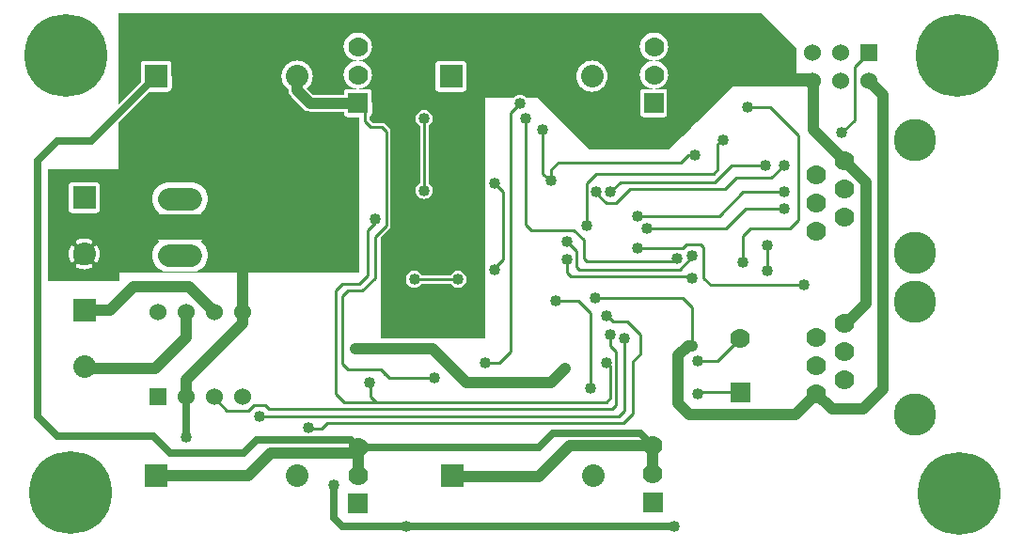
<source format=gbr>
G04 start of page 3 for group 1 idx 1 *
G04 Title: (unknown), solder *
G04 Creator: pcb 20110918 *
G04 CreationDate: Tue 09 Apr 2013 03:49:42 AM GMT UTC *
G04 For: railfan *
G04 Format: Gerber/RS-274X *
G04 PCB-Dimensions: 350000 190000 *
G04 PCB-Coordinate-Origin: lower left *
%MOIN*%
%FSLAX25Y25*%
%LNBOTTOM*%
%ADD54C,0.0450*%
%ADD53C,0.0380*%
%ADD52C,0.1280*%
%ADD51C,0.0300*%
%ADD50C,0.1285*%
%ADD49C,0.0390*%
%ADD48C,0.0280*%
%ADD47C,0.0480*%
%ADD46C,0.0200*%
%ADD45C,0.0787*%
%ADD44C,0.1500*%
%ADD43C,0.2937*%
%ADD42C,0.0700*%
%ADD41C,0.0600*%
%ADD40C,0.0800*%
%ADD39C,0.0250*%
%ADD38C,0.0100*%
%ADD37C,0.0400*%
%ADD36C,0.0001*%
G54D36*G36*
X128000Y187500D02*X147000D01*
Y179500D01*
X128000D01*
Y187500D01*
G37*
G36*
X236000Y160500D02*X230995D01*
Y178991D01*
X231000Y178991D01*
X231471Y179028D01*
X231930Y179138D01*
X232366Y179319D01*
X232769Y179565D01*
X233128Y179872D01*
X233435Y180231D01*
X233681Y180634D01*
X233862Y181070D01*
X233972Y181529D01*
X234000Y182000D01*
X233972Y182471D01*
X233862Y182930D01*
X233681Y183366D01*
X233435Y183769D01*
X233128Y184128D01*
X232769Y184435D01*
X232366Y184681D01*
X231930Y184862D01*
X231471Y184972D01*
X231000Y185009D01*
X230995Y185009D01*
Y187500D01*
X236000D01*
Y160500D01*
G37*
G36*
X230995D02*X229619D01*
X229564Y160564D01*
X229384Y160717D01*
X229183Y160841D01*
X228965Y160931D01*
X228735Y160986D01*
X228500Y161000D01*
X225113Y160993D01*
X225785Y161046D01*
X226550Y161230D01*
X227277Y161531D01*
X227948Y161942D01*
X228546Y162454D01*
X229058Y163052D01*
X229469Y163723D01*
X229770Y164450D01*
X229954Y165215D01*
X230000Y166000D01*
X229954Y166785D01*
X229770Y167550D01*
X229469Y168277D01*
X229058Y168948D01*
X228546Y169546D01*
X227948Y170058D01*
X227277Y170469D01*
X226550Y170770D01*
X225785Y170954D01*
X225196Y171000D01*
X225785Y171046D01*
X226550Y171230D01*
X227277Y171531D01*
X227948Y171942D01*
X228546Y172454D01*
X229058Y173052D01*
X229469Y173723D01*
X229770Y174450D01*
X229954Y175215D01*
X230000Y176000D01*
X229954Y176785D01*
X229770Y177550D01*
X229469Y178277D01*
X229058Y178948D01*
X228546Y179546D01*
X227948Y180058D01*
X227277Y180469D01*
X226550Y180770D01*
X225785Y180954D01*
X225000Y181015D01*
X224215Y180954D01*
X223450Y180770D01*
X222723Y180469D01*
X222052Y180058D01*
X221454Y179546D01*
X220942Y178948D01*
X220531Y178277D01*
X220230Y177550D01*
X220046Y176785D01*
X219985Y176000D01*
X220046Y175215D01*
X220230Y174450D01*
X220531Y173723D01*
X220942Y173052D01*
X221454Y172454D01*
X222052Y171942D01*
X222723Y171531D01*
X223450Y171230D01*
X224215Y171046D01*
X224804Y171000D01*
X224215Y170954D01*
X223450Y170770D01*
X222723Y170469D01*
X222052Y170058D01*
X221454Y169546D01*
X220942Y168948D01*
X220531Y168277D01*
X220230Y167550D01*
X220046Y166785D01*
X219985Y166000D01*
X220046Y165215D01*
X220230Y164450D01*
X220531Y163723D01*
X220942Y163052D01*
X221454Y162454D01*
X222052Y161942D01*
X222723Y161531D01*
X223450Y161230D01*
X224215Y161046D01*
X224892Y160993D01*
X221265Y160986D01*
X221035Y160931D01*
X220817Y160841D01*
X220616Y160717D01*
X220436Y160564D01*
X220381Y160500D01*
X205301D01*
X205505Y160584D01*
X206243Y161037D01*
X206901Y161599D01*
X207463Y162257D01*
X207916Y162995D01*
X208247Y163795D01*
X208449Y164637D01*
X208500Y165500D01*
X208449Y166363D01*
X208247Y167205D01*
X207916Y168005D01*
X207463Y168743D01*
X206901Y169401D01*
X206243Y169963D01*
X205505Y170416D01*
X204705Y170747D01*
X203863Y170949D01*
X203000Y171017D01*
X202137Y170949D01*
X201295Y170747D01*
X200495Y170416D01*
X199757Y169963D01*
X199099Y169401D01*
X198537Y168743D01*
X198084Y168005D01*
X197753Y167205D01*
X197551Y166363D01*
X197483Y165500D01*
X197551Y164637D01*
X197753Y163795D01*
X198084Y162995D01*
X198537Y162257D01*
X199099Y161599D01*
X199757Y161037D01*
X200495Y160584D01*
X200699Y160500D01*
X158119D01*
X158217Y160616D01*
X158341Y160817D01*
X158431Y161035D01*
X158486Y161265D01*
X158500Y161500D01*
X158486Y169735D01*
X158431Y169965D01*
X158341Y170183D01*
X158217Y170384D01*
X158064Y170564D01*
X157884Y170717D01*
X157683Y170841D01*
X157465Y170931D01*
X157235Y170986D01*
X157000Y171000D01*
X148765Y170986D01*
X148535Y170931D01*
X148317Y170841D01*
X148116Y170717D01*
X147936Y170564D01*
X147783Y170384D01*
X147659Y170183D01*
X147569Y169965D01*
X147514Y169735D01*
X147500Y169500D01*
X147514Y161265D01*
X147569Y161035D01*
X147659Y160817D01*
X147783Y160616D01*
X147881Y160500D01*
X136495D01*
Y180991D01*
X136500Y180991D01*
X136971Y181028D01*
X137430Y181138D01*
X137866Y181319D01*
X138269Y181565D01*
X138628Y181872D01*
X138935Y182231D01*
X139181Y182634D01*
X139362Y183070D01*
X139472Y183529D01*
X139500Y184000D01*
X139472Y184471D01*
X139362Y184930D01*
X139181Y185366D01*
X138935Y185769D01*
X138628Y186128D01*
X138269Y186435D01*
X137866Y186681D01*
X137430Y186862D01*
X136971Y186972D01*
X136500Y187009D01*
X136495Y187009D01*
Y187500D01*
X230995D01*
Y185009D01*
X230529Y184972D01*
X230070Y184862D01*
X229634Y184681D01*
X229231Y184435D01*
X228872Y184128D01*
X228565Y183769D01*
X228319Y183366D01*
X228138Y182930D01*
X228028Y182471D01*
X227991Y182000D01*
X228028Y181529D01*
X228138Y181070D01*
X228319Y180634D01*
X228565Y180231D01*
X228872Y179872D01*
X229231Y179565D01*
X229634Y179319D01*
X230070Y179138D01*
X230529Y179028D01*
X230995Y178991D01*
Y160500D01*
G37*
G36*
X136495D02*X124619D01*
X124564Y160564D01*
X124384Y160717D01*
X124183Y160841D01*
X123965Y160931D01*
X123735Y160986D01*
X123500Y161000D01*
X120113Y160993D01*
X120785Y161046D01*
X121550Y161230D01*
X122277Y161531D01*
X122948Y161942D01*
X123546Y162454D01*
X124058Y163052D01*
X124469Y163723D01*
X124770Y164450D01*
X124954Y165215D01*
X125000Y166000D01*
X124954Y166785D01*
X124770Y167550D01*
X124469Y168277D01*
X124058Y168948D01*
X123546Y169546D01*
X122948Y170058D01*
X122277Y170469D01*
X121550Y170770D01*
X120785Y170954D01*
X120196Y171000D01*
X120785Y171046D01*
X121550Y171230D01*
X122277Y171531D01*
X122948Y171942D01*
X123546Y172454D01*
X124058Y173052D01*
X124469Y173723D01*
X124770Y174450D01*
X124954Y175215D01*
X125000Y176000D01*
X124954Y176785D01*
X124770Y177550D01*
X124469Y178277D01*
X124058Y178948D01*
X123546Y179546D01*
X122948Y180058D01*
X122277Y180469D01*
X121550Y180770D01*
X120785Y180954D01*
X120000Y181015D01*
X119215Y180954D01*
X118450Y180770D01*
X117723Y180469D01*
X117052Y180058D01*
X116454Y179546D01*
X115942Y178948D01*
X115531Y178277D01*
X115230Y177550D01*
X115046Y176785D01*
X114985Y176000D01*
X115046Y175215D01*
X115230Y174450D01*
X115531Y173723D01*
X115942Y173052D01*
X116454Y172454D01*
X117052Y171942D01*
X117723Y171531D01*
X118450Y171230D01*
X119215Y171046D01*
X119804Y171000D01*
X119215Y170954D01*
X118450Y170770D01*
X117723Y170469D01*
X117052Y170058D01*
X116454Y169546D01*
X115942Y168948D01*
X115531Y168277D01*
X115230Y167550D01*
X115046Y166785D01*
X114985Y166000D01*
X115046Y165215D01*
X115230Y164450D01*
X115531Y163723D01*
X115942Y163052D01*
X116454Y162454D01*
X117052Y161942D01*
X117723Y161531D01*
X118450Y161230D01*
X119215Y161046D01*
X119892Y160993D01*
X116265Y160986D01*
X116035Y160931D01*
X115817Y160841D01*
X115616Y160717D01*
X115436Y160564D01*
X115381Y160500D01*
X102743D01*
X101993Y161250D01*
X102401Y161599D01*
X102963Y162257D01*
X103416Y162995D01*
X103747Y163795D01*
X103949Y164637D01*
X104000Y165500D01*
X103949Y166363D01*
X103747Y167205D01*
X103416Y168005D01*
X102963Y168743D01*
X102401Y169401D01*
X101743Y169963D01*
X101005Y170416D01*
X100205Y170747D01*
X99363Y170949D01*
X98500Y171017D01*
X97637Y170949D01*
X96795Y170747D01*
X95995Y170416D01*
X95257Y169963D01*
X94599Y169401D01*
X94037Y168743D01*
X93584Y168005D01*
X93253Y167205D01*
X93051Y166363D01*
X92983Y165500D01*
X93051Y164637D01*
X93253Y163795D01*
X93584Y162995D01*
X94037Y162257D01*
X94599Y161599D01*
X95257Y161037D01*
X95500Y160888D01*
Y160618D01*
X95491Y160500D01*
Y160500D01*
X53619D01*
X53717Y160616D01*
X53841Y160817D01*
X53931Y161035D01*
X53986Y161265D01*
X54000Y161500D01*
X53986Y169735D01*
X53931Y169965D01*
X53841Y170183D01*
X53717Y170384D01*
X53564Y170564D01*
X53500Y170619D01*
Y187500D01*
X136495D01*
Y187009D01*
X136029Y186972D01*
X135570Y186862D01*
X135134Y186681D01*
X134731Y186435D01*
X134372Y186128D01*
X134065Y185769D01*
X133819Y185366D01*
X133638Y184930D01*
X133528Y184471D01*
X133491Y184000D01*
X133528Y183529D01*
X133638Y183070D01*
X133819Y182634D01*
X134065Y182231D01*
X134372Y181872D01*
X134731Y181565D01*
X135134Y181319D01*
X135570Y181138D01*
X136029Y181028D01*
X136495Y180991D01*
Y160500D01*
G37*
G36*
X125500Y157000D02*X133500D01*
Y149000D01*
X125500D01*
Y157000D01*
G37*
G36*
X106500Y153000D02*X115000D01*
Y144000D01*
X106500D01*
Y153000D01*
G37*
G36*
X128000Y166500D02*X135000D01*
Y157500D01*
X128000D01*
Y166500D01*
G37*
G36*
X130000Y149000D02*X128559D01*
X128500Y149005D01*
X128441Y149000D01*
X125121D01*
X124000Y150121D01*
Y151084D01*
X124183Y151159D01*
X124384Y151283D01*
X124564Y151436D01*
X124717Y151616D01*
X124841Y151817D01*
X124931Y152035D01*
X124986Y152265D01*
X125000Y152500D01*
X124986Y159735D01*
X124931Y159965D01*
X124841Y160183D01*
X124717Y160384D01*
X124564Y160564D01*
X124384Y160717D01*
X124183Y160841D01*
X123965Y160931D01*
X123735Y160986D01*
X123500Y161000D01*
X122500Y160998D01*
Y161668D01*
X122948Y161942D01*
X123015Y162000D01*
X130000D01*
Y155965D01*
X129971Y155972D01*
X129500Y156009D01*
X129029Y155972D01*
X128570Y155862D01*
X128134Y155681D01*
X127731Y155435D01*
X127372Y155128D01*
X127065Y154769D01*
X126819Y154366D01*
X126638Y153930D01*
X126528Y153471D01*
X126491Y153000D01*
X126528Y152529D01*
X126638Y152070D01*
X126819Y151634D01*
X127065Y151231D01*
X127372Y150872D01*
X127731Y150565D01*
X128134Y150319D01*
X128570Y150138D01*
X129029Y150028D01*
X129500Y149991D01*
X129971Y150028D01*
X130000Y150035D01*
Y149000D01*
G37*
G36*
X237000Y188000D02*Y186000D01*
X35000D01*
Y188000D01*
X237000D01*
G37*
G36*
X183500Y158000D02*Y161000D01*
X197500D01*
Y158000D01*
X208000D01*
Y160500D01*
X219500D01*
Y151000D01*
X241500D01*
X230000Y139500D01*
X202000D01*
X183500Y158000D01*
G37*
G36*
X231000Y176500D02*X230000D01*
Y178000D01*
X226000Y182000D01*
Y187000D01*
X232000D01*
Y176500D01*
X231000D01*
G37*
G36*
X217500Y161500D02*X222798D01*
X223450Y161230D01*
X224215Y161046D01*
X224892Y160993D01*
X221265Y160986D01*
X221035Y160931D01*
X220817Y160841D01*
X220616Y160717D01*
X220436Y160564D01*
X220283Y160384D01*
X220159Y160183D01*
X220069Y159965D01*
X220014Y159735D01*
X220000Y159500D01*
X220014Y152265D01*
X220069Y152035D01*
X220159Y151817D01*
X220283Y151616D01*
X220436Y151436D01*
X220616Y151283D01*
X220817Y151159D01*
X221035Y151069D01*
X221265Y151014D01*
X221500Y151000D01*
X228735Y151014D01*
X228965Y151069D01*
X229183Y151159D01*
X229384Y151283D01*
X229564Y151436D01*
X229717Y151616D01*
X229841Y151817D01*
X229931Y152035D01*
X229986Y152265D01*
X230000Y152500D01*
X229986Y159735D01*
X229931Y159965D01*
X229841Y160183D01*
X229717Y160384D01*
X229564Y160564D01*
X229384Y160717D01*
X229183Y160841D01*
X228965Y160931D01*
X228735Y160986D01*
X228500Y161000D01*
X225113Y160993D01*
X225785Y161046D01*
X226550Y161230D01*
X227202Y161500D01*
X233000D01*
Y149243D01*
X232757Y149000D01*
X228618D01*
X228500Y149009D01*
X228382Y149000D01*
X217500D01*
Y161500D01*
G37*
G36*
X37495Y132500D02*X45000D01*
Y111237D01*
X44769Y111435D01*
X44366Y111681D01*
X43930Y111862D01*
X43471Y111972D01*
X43000Y112009D01*
X42529Y111972D01*
X42070Y111862D01*
X41634Y111681D01*
X41231Y111435D01*
X40872Y111128D01*
X40565Y110769D01*
X40319Y110366D01*
X40138Y109930D01*
X40028Y109471D01*
X39991Y109000D01*
X40028Y108529D01*
X40138Y108070D01*
X40319Y107634D01*
X40565Y107231D01*
X40872Y106872D01*
X41231Y106565D01*
X41634Y106319D01*
X42070Y106138D01*
X42529Y106028D01*
X43000Y105991D01*
X43471Y106028D01*
X43930Y106138D01*
X44366Y106319D01*
X44769Y106565D01*
X45000Y106763D01*
Y96000D01*
X37495D01*
Y101491D01*
X37500Y101491D01*
X37971Y101528D01*
X38430Y101638D01*
X38866Y101819D01*
X39269Y102065D01*
X39628Y102372D01*
X39935Y102731D01*
X40181Y103134D01*
X40362Y103570D01*
X40472Y104029D01*
X40500Y104500D01*
X40472Y104971D01*
X40362Y105430D01*
X40181Y105866D01*
X39935Y106269D01*
X39628Y106628D01*
X39269Y106935D01*
X38866Y107181D01*
X38430Y107362D01*
X37971Y107472D01*
X37500Y107509D01*
X37495Y107509D01*
Y108491D01*
X37500Y108491D01*
X37971Y108528D01*
X38430Y108638D01*
X38866Y108819D01*
X39269Y109065D01*
X39628Y109372D01*
X39935Y109731D01*
X40181Y110134D01*
X40362Y110570D01*
X40472Y111029D01*
X40500Y111500D01*
X40472Y111971D01*
X40362Y112430D01*
X40181Y112866D01*
X39935Y113269D01*
X39628Y113628D01*
X39269Y113935D01*
X38866Y114181D01*
X38430Y114362D01*
X37971Y114472D01*
X37500Y114509D01*
X37495Y114509D01*
Y132500D01*
G37*
G36*
X27493D02*X37495D01*
Y114509D01*
X37029Y114472D01*
X36570Y114362D01*
X36134Y114181D01*
X35731Y113935D01*
X35372Y113628D01*
X35065Y113269D01*
X34819Y112866D01*
X34638Y112430D01*
X34528Y111971D01*
X34491Y111500D01*
X34528Y111029D01*
X34638Y110570D01*
X34819Y110134D01*
X35065Y109731D01*
X35372Y109372D01*
X35731Y109065D01*
X36134Y108819D01*
X36570Y108638D01*
X37029Y108528D01*
X37495Y108491D01*
Y107509D01*
X37029Y107472D01*
X36570Y107362D01*
X36134Y107181D01*
X35731Y106935D01*
X35372Y106628D01*
X35065Y106269D01*
X34819Y105866D01*
X34638Y105430D01*
X34528Y104971D01*
X34491Y104500D01*
X34528Y104029D01*
X34638Y103570D01*
X34819Y103134D01*
X35065Y102731D01*
X35372Y102372D01*
X35731Y102065D01*
X36134Y101819D01*
X36570Y101638D01*
X37029Y101528D01*
X37495Y101491D01*
Y96000D01*
X27493D01*
Y99645D01*
X27578Y99681D01*
X27679Y99743D01*
X27769Y99819D01*
X27845Y99909D01*
X27905Y100011D01*
X28122Y100480D01*
X28289Y100969D01*
X28409Y101472D01*
X28482Y101984D01*
X28506Y102500D01*
X28482Y103016D01*
X28409Y103528D01*
X28289Y104031D01*
X28122Y104520D01*
X27910Y104992D01*
X27849Y105093D01*
X27772Y105184D01*
X27682Y105261D01*
X27580Y105323D01*
X27493Y105360D01*
Y117080D01*
X27683Y117159D01*
X27884Y117283D01*
X28064Y117436D01*
X28217Y117616D01*
X28341Y117817D01*
X28431Y118035D01*
X28486Y118265D01*
X28500Y118500D01*
X28486Y126735D01*
X28431Y126965D01*
X28341Y127183D01*
X28217Y127384D01*
X28064Y127564D01*
X27884Y127717D01*
X27683Y127841D01*
X27493Y127920D01*
Y132500D01*
G37*
G36*
Y96000D02*X23000D01*
Y96994D01*
X23516Y97018D01*
X24028Y97091D01*
X24531Y97211D01*
X25020Y97378D01*
X25492Y97590D01*
X25593Y97651D01*
X25684Y97728D01*
X25761Y97818D01*
X25823Y97920D01*
X25869Y98029D01*
X25897Y98145D01*
X25906Y98263D01*
X25897Y98381D01*
X25870Y98497D01*
X25824Y98607D01*
X25762Y98708D01*
X25686Y98798D01*
X25595Y98876D01*
X25494Y98938D01*
X25385Y98984D01*
X25269Y99011D01*
X25151Y99021D01*
X25032Y99012D01*
X24917Y98984D01*
X24808Y98937D01*
X24468Y98779D01*
X24112Y98658D01*
X23747Y98570D01*
X23375Y98518D01*
X23000Y98500D01*
Y106500D01*
X23375Y106482D01*
X23747Y106430D01*
X24112Y106342D01*
X24468Y106221D01*
X24810Y106067D01*
X24918Y106020D01*
X25033Y105993D01*
X25151Y105983D01*
X25268Y105993D01*
X25383Y106021D01*
X25492Y106066D01*
X25593Y106128D01*
X25682Y106205D01*
X25759Y106295D01*
X25820Y106395D01*
X25865Y106504D01*
X25893Y106619D01*
X25902Y106737D01*
X25892Y106855D01*
X25865Y106969D01*
X25819Y107078D01*
X25757Y107179D01*
X25681Y107269D01*
X25591Y107345D01*
X25489Y107405D01*
X25020Y107622D01*
X24531Y107789D01*
X24028Y107909D01*
X23516Y107982D01*
X23000Y108006D01*
Y117007D01*
X27235Y117014D01*
X27465Y117069D01*
X27493Y117080D01*
Y105360D01*
X27471Y105369D01*
X27355Y105397D01*
X27237Y105406D01*
X27119Y105397D01*
X27003Y105370D01*
X26893Y105324D01*
X26792Y105262D01*
X26702Y105186D01*
X26624Y105095D01*
X26562Y104994D01*
X26516Y104885D01*
X26489Y104769D01*
X26479Y104651D01*
X26488Y104532D01*
X26516Y104417D01*
X26563Y104308D01*
X26721Y103968D01*
X26842Y103612D01*
X26930Y103247D01*
X26982Y102875D01*
X27000Y102500D01*
X26982Y102125D01*
X26930Y101753D01*
X26842Y101388D01*
X26721Y101032D01*
X26567Y100690D01*
X26520Y100582D01*
X26493Y100467D01*
X26483Y100349D01*
X26493Y100232D01*
X26521Y100117D01*
X26566Y100008D01*
X26628Y99907D01*
X26705Y99818D01*
X26795Y99741D01*
X26895Y99680D01*
X27004Y99635D01*
X27119Y99607D01*
X27237Y99598D01*
X27355Y99608D01*
X27469Y99635D01*
X27493Y99645D01*
Y96000D01*
G37*
G36*
X23000Y132500D02*X27493D01*
Y127920D01*
X27465Y127931D01*
X27235Y127986D01*
X27000Y128000D01*
X23000Y127993D01*
Y132500D01*
G37*
G36*
X18507Y117080D02*X18535Y117069D01*
X18765Y117014D01*
X19000Y117000D01*
X23000Y117007D01*
Y108006D01*
X23000D01*
X22484Y107982D01*
X21972Y107909D01*
X21469Y107789D01*
X20980Y107622D01*
X20508Y107410D01*
X20407Y107349D01*
X20316Y107272D01*
X20239Y107182D01*
X20177Y107080D01*
X20131Y106971D01*
X20103Y106855D01*
X20094Y106737D01*
X20103Y106619D01*
X20130Y106503D01*
X20176Y106393D01*
X20238Y106292D01*
X20314Y106202D01*
X20405Y106124D01*
X20506Y106062D01*
X20615Y106016D01*
X20731Y105989D01*
X20849Y105979D01*
X20968Y105988D01*
X21083Y106016D01*
X21192Y106063D01*
X21532Y106221D01*
X21888Y106342D01*
X22253Y106430D01*
X22625Y106482D01*
X23000Y106500D01*
Y98500D01*
X22625Y98518D01*
X22253Y98570D01*
X21888Y98658D01*
X21532Y98779D01*
X21190Y98933D01*
X21082Y98980D01*
X20967Y99007D01*
X20849Y99017D01*
X20732Y99007D01*
X20617Y98979D01*
X20508Y98934D01*
X20407Y98872D01*
X20318Y98795D01*
X20241Y98705D01*
X20180Y98605D01*
X20135Y98496D01*
X20107Y98381D01*
X20098Y98263D01*
X20108Y98145D01*
X20135Y98031D01*
X20181Y97922D01*
X20243Y97821D01*
X20319Y97731D01*
X20409Y97655D01*
X20511Y97595D01*
X20980Y97378D01*
X21469Y97211D01*
X21972Y97091D01*
X22484Y97018D01*
X23000Y96994D01*
X23000D01*
Y96000D01*
X18507D01*
Y99640D01*
X18529Y99631D01*
X18645Y99603D01*
X18763Y99594D01*
X18881Y99603D01*
X18997Y99630D01*
X19107Y99676D01*
X19208Y99738D01*
X19298Y99814D01*
X19376Y99905D01*
X19438Y100006D01*
X19484Y100115D01*
X19511Y100231D01*
X19521Y100349D01*
X19512Y100468D01*
X19484Y100583D01*
X19437Y100692D01*
X19279Y101032D01*
X19158Y101388D01*
X19070Y101753D01*
X19018Y102125D01*
X19000Y102500D01*
X19018Y102875D01*
X19070Y103247D01*
X19158Y103612D01*
X19279Y103968D01*
X19433Y104310D01*
X19480Y104418D01*
X19507Y104533D01*
X19517Y104651D01*
X19507Y104768D01*
X19479Y104883D01*
X19434Y104992D01*
X19372Y105093D01*
X19295Y105182D01*
X19205Y105259D01*
X19105Y105320D01*
X18996Y105365D01*
X18881Y105393D01*
X18763Y105402D01*
X18645Y105392D01*
X18531Y105365D01*
X18507Y105355D01*
Y117080D01*
G37*
G36*
Y132500D02*X23000D01*
Y127993D01*
X18765Y127986D01*
X18535Y127931D01*
X18507Y127920D01*
Y132500D01*
G37*
G36*
X10000D02*X18507D01*
Y127920D01*
X18317Y127841D01*
X18116Y127717D01*
X17936Y127564D01*
X17783Y127384D01*
X17659Y127183D01*
X17569Y126965D01*
X17514Y126735D01*
X17500Y126500D01*
X17514Y118265D01*
X17569Y118035D01*
X17659Y117817D01*
X17783Y117616D01*
X17936Y117436D01*
X18116Y117283D01*
X18317Y117159D01*
X18507Y117080D01*
Y105355D01*
X18422Y105319D01*
X18321Y105257D01*
X18231Y105181D01*
X18155Y105091D01*
X18095Y104989D01*
X17878Y104520D01*
X17711Y104031D01*
X17591Y103528D01*
X17518Y103016D01*
X17494Y102500D01*
X17518Y101984D01*
X17591Y101472D01*
X17711Y100969D01*
X17878Y100480D01*
X18090Y100008D01*
X18151Y99907D01*
X18228Y99816D01*
X18318Y99739D01*
X18420Y99677D01*
X18507Y99640D01*
Y96000D01*
X10000D01*
Y132500D01*
G37*
G36*
Y97500D02*X20717D01*
X20980Y97378D01*
X21469Y97211D01*
X21972Y97091D01*
X22484Y97018D01*
X23000Y96994D01*
X23516Y97018D01*
X24028Y97091D01*
X24531Y97211D01*
X25020Y97378D01*
X25292Y97500D01*
X35500D01*
Y93000D01*
X10000D01*
Y97500D01*
G37*
G36*
X42995Y115000D02*X46500D01*
Y100500D01*
X42995D01*
Y105991D01*
X43000Y105991D01*
X43471Y106028D01*
X43930Y106138D01*
X44366Y106319D01*
X44769Y106565D01*
X45128Y106872D01*
X45435Y107231D01*
X45681Y107634D01*
X45862Y108070D01*
X45972Y108529D01*
X46000Y109000D01*
X45972Y109471D01*
X45862Y109930D01*
X45681Y110366D01*
X45435Y110769D01*
X45128Y111128D01*
X44769Y111435D01*
X44366Y111681D01*
X43930Y111862D01*
X43471Y111972D01*
X43000Y112009D01*
X42995Y112009D01*
Y115000D01*
G37*
G36*
X37495D02*X42995D01*
Y112009D01*
X42529Y111972D01*
X42070Y111862D01*
X41634Y111681D01*
X41231Y111435D01*
X40872Y111128D01*
X40565Y110769D01*
X40319Y110366D01*
X40138Y109930D01*
X40028Y109471D01*
X39991Y109000D01*
X40028Y108529D01*
X40138Y108070D01*
X40319Y107634D01*
X40565Y107231D01*
X40872Y106872D01*
X41231Y106565D01*
X41634Y106319D01*
X42070Y106138D01*
X42529Y106028D01*
X42995Y105991D01*
Y100500D01*
X37495D01*
Y101491D01*
X37500Y101491D01*
X37971Y101528D01*
X38430Y101638D01*
X38866Y101819D01*
X39269Y102065D01*
X39628Y102372D01*
X39935Y102731D01*
X40181Y103134D01*
X40362Y103570D01*
X40472Y104029D01*
X40500Y104500D01*
X40472Y104971D01*
X40362Y105430D01*
X40181Y105866D01*
X39935Y106269D01*
X39628Y106628D01*
X39269Y106935D01*
X38866Y107181D01*
X38430Y107362D01*
X37971Y107472D01*
X37500Y107509D01*
X37495Y107509D01*
Y108491D01*
X37500Y108491D01*
X37971Y108528D01*
X38430Y108638D01*
X38866Y108819D01*
X39269Y109065D01*
X39628Y109372D01*
X39935Y109731D01*
X40181Y110134D01*
X40362Y110570D01*
X40472Y111029D01*
X40500Y111500D01*
X40472Y111971D01*
X40362Y112430D01*
X40181Y112866D01*
X39935Y113269D01*
X39628Y113628D01*
X39269Y113935D01*
X38866Y114181D01*
X38430Y114362D01*
X37971Y114472D01*
X37500Y114509D01*
X37495Y114509D01*
Y115000D01*
G37*
G36*
X33500D02*X37495D01*
Y114509D01*
X37029Y114472D01*
X36570Y114362D01*
X36134Y114181D01*
X35731Y113935D01*
X35372Y113628D01*
X35065Y113269D01*
X34819Y112866D01*
X34638Y112430D01*
X34528Y111971D01*
X34491Y111500D01*
X34528Y111029D01*
X34638Y110570D01*
X34819Y110134D01*
X35065Y109731D01*
X35372Y109372D01*
X35731Y109065D01*
X36134Y108819D01*
X36570Y108638D01*
X37029Y108528D01*
X37495Y108491D01*
Y107509D01*
X37029Y107472D01*
X36570Y107362D01*
X36134Y107181D01*
X35731Y106935D01*
X35372Y106628D01*
X35065Y106269D01*
X34819Y105866D01*
X34638Y105430D01*
X34528Y104971D01*
X34491Y104500D01*
X34528Y104029D01*
X34638Y103570D01*
X34819Y103134D01*
X35065Y102731D01*
X35372Y102372D01*
X35731Y102065D01*
X36134Y101819D01*
X36570Y101638D01*
X37029Y101528D01*
X37495Y101491D01*
Y100500D01*
X33500D01*
Y115000D01*
G37*
G36*
X33000Y114500D02*X46000D01*
Y101500D01*
X33000D01*
Y114500D01*
G37*
G36*
X236000Y160500D02*Y188000D01*
X241500D01*
Y160500D01*
X236000D01*
G37*
G36*
X229500Y161500D02*X238000D01*
Y148000D01*
X229500D01*
Y161500D01*
G37*
G36*
X283500Y162000D02*X241500D01*
Y188000D01*
X263000D01*
X275500Y175500D01*
Y166500D01*
X280000D01*
X283500Y163000D01*
Y162000D01*
G37*
G36*
X131500D02*X147513D01*
X147514Y161265D01*
X147569Y161035D01*
X147659Y160817D01*
X147783Y160616D01*
X147936Y160436D01*
X148116Y160283D01*
X148317Y160159D01*
X148535Y160069D01*
X148765Y160014D01*
X149000Y160000D01*
X157235Y160014D01*
X157465Y160069D01*
X157683Y160159D01*
X157884Y160283D01*
X158064Y160436D01*
X158217Y160616D01*
X158341Y160817D01*
X158431Y161035D01*
X158486Y161265D01*
X158500Y161500D01*
X158499Y162000D01*
X198756D01*
X199099Y161599D01*
X199757Y161037D01*
X200495Y160584D01*
X201295Y160253D01*
X202137Y160051D01*
X203000Y159983D01*
X203863Y160051D01*
X204705Y160253D01*
X205505Y160584D01*
X206243Y161037D01*
X206901Y161599D01*
X207244Y162000D01*
X219500D01*
Y158000D01*
X179737D01*
X179628Y158128D01*
X179269Y158435D01*
X178866Y158681D01*
X178430Y158862D01*
X177971Y158972D01*
X177500Y159009D01*
X177029Y158972D01*
X176570Y158862D01*
X176134Y158681D01*
X175731Y158435D01*
X175372Y158128D01*
X175263Y158000D01*
X131500D01*
Y162000D01*
G37*
G36*
X231000Y188000D02*X236000D01*
Y175000D01*
X231000D01*
Y188000D01*
G37*
G36*
X240000Y149000D02*Y165500D01*
X256500D01*
X240000Y149000D01*
G37*
G36*
X113000Y119500D02*X120500D01*
Y112000D01*
X113000D01*
Y119500D01*
G37*
G36*
X128000Y98500D02*X137000D01*
Y86500D01*
X128000D01*
Y98500D01*
G37*
G36*
X150500Y72500D02*X141500D01*
Y80500D01*
X150500D01*
Y72500D01*
G37*
G36*
X128000Y89500D02*X150500D01*
Y72500D01*
X128000D01*
Y89500D01*
G37*
G36*
X143495Y160000D02*X165000D01*
Y72500D01*
X143495D01*
Y73000D01*
X146000D01*
X146471Y73028D01*
X146930Y73138D01*
X147366Y73319D01*
X147769Y73565D01*
X148128Y73872D01*
X148435Y74231D01*
X148681Y74634D01*
X148862Y75070D01*
X148885Y75164D01*
X149128Y75372D01*
X149435Y75731D01*
X149681Y76134D01*
X149862Y76570D01*
X149972Y77029D01*
X150000Y77500D01*
X149972Y77971D01*
X149862Y78430D01*
X149681Y78866D01*
X149435Y79269D01*
X149128Y79628D01*
X148769Y79935D01*
X148366Y80181D01*
X147930Y80362D01*
X147471Y80472D01*
X147000Y80509D01*
X146529Y80472D01*
X146070Y80362D01*
X145634Y80181D01*
X145231Y79935D01*
X144872Y79628D01*
X144565Y79269D01*
X144401Y79000D01*
X143495D01*
Y92000D01*
X152901D01*
X153065Y91731D01*
X153372Y91372D01*
X153731Y91065D01*
X154134Y90819D01*
X154570Y90638D01*
X155029Y90528D01*
X155500Y90491D01*
X155971Y90528D01*
X156430Y90638D01*
X156866Y90819D01*
X157269Y91065D01*
X157628Y91372D01*
X157935Y91731D01*
X158181Y92134D01*
X158362Y92570D01*
X158472Y93029D01*
X158500Y93500D01*
X158472Y93971D01*
X158362Y94430D01*
X158181Y94866D01*
X157935Y95269D01*
X157628Y95628D01*
X157269Y95935D01*
X156866Y96181D01*
X156430Y96362D01*
X155971Y96472D01*
X155500Y96509D01*
X155029Y96472D01*
X154570Y96362D01*
X154134Y96181D01*
X153731Y95935D01*
X153372Y95628D01*
X153065Y95269D01*
X152901Y95000D01*
X143495D01*
Y121991D01*
X143500Y121991D01*
X143971Y122028D01*
X144430Y122138D01*
X144866Y122319D01*
X145269Y122565D01*
X145628Y122872D01*
X145935Y123231D01*
X146181Y123634D01*
X146362Y124070D01*
X146472Y124529D01*
X146500Y125000D01*
X146472Y125471D01*
X146362Y125930D01*
X146181Y126366D01*
X145935Y126769D01*
X145628Y127128D01*
X145269Y127435D01*
X145000Y127599D01*
Y147901D01*
X145269Y148065D01*
X145628Y148372D01*
X145935Y148731D01*
X146181Y149134D01*
X146362Y149570D01*
X146472Y150029D01*
X146500Y150500D01*
X146472Y150971D01*
X146362Y151430D01*
X146181Y151866D01*
X145935Y152269D01*
X145628Y152628D01*
X145269Y152935D01*
X144866Y153181D01*
X144430Y153362D01*
X143971Y153472D01*
X143500Y153509D01*
X143495Y153509D01*
Y160000D01*
G37*
G36*
Y79000D02*X140243D01*
X139745Y79497D01*
Y90511D01*
X140000Y90491D01*
X140471Y90528D01*
X140930Y90638D01*
X141366Y90819D01*
X141769Y91065D01*
X142128Y91372D01*
X142435Y91731D01*
X142599Y92000D01*
X143495D01*
Y79000D01*
G37*
G36*
Y72500D02*X139745D01*
Y73000D01*
X143495D01*
Y72500D01*
G37*
G36*
X139745Y160000D02*X143495D01*
Y153509D01*
X143029Y153472D01*
X142570Y153362D01*
X142134Y153181D01*
X141731Y152935D01*
X141372Y152628D01*
X141065Y152269D01*
X140819Y151866D01*
X140638Y151430D01*
X140528Y150971D01*
X140491Y150500D01*
X140528Y150029D01*
X140638Y149570D01*
X140819Y149134D01*
X141065Y148731D01*
X141372Y148372D01*
X141731Y148065D01*
X142000Y147901D01*
Y127599D01*
X141731Y127435D01*
X141372Y127128D01*
X141065Y126769D01*
X140819Y126366D01*
X140638Y125930D01*
X140528Y125471D01*
X140491Y125000D01*
X140528Y124529D01*
X140638Y124070D01*
X140819Y123634D01*
X141065Y123231D01*
X141372Y122872D01*
X141731Y122565D01*
X142134Y122319D01*
X142570Y122138D01*
X143029Y122028D01*
X143495Y121991D01*
Y95000D01*
X142599D01*
X142435Y95269D01*
X142128Y95628D01*
X141769Y95935D01*
X141366Y96181D01*
X140930Y96362D01*
X140471Y96472D01*
X140000Y96509D01*
X139745Y96489D01*
Y160000D01*
G37*
G36*
X128000Y72500D02*Y108379D01*
X131019Y111398D01*
X131064Y111436D01*
X131217Y111615D01*
X131217Y111616D01*
X131341Y111817D01*
X131431Y112035D01*
X131486Y112265D01*
X131505Y112500D01*
X131500Y112559D01*
Y145941D01*
X131505Y146000D01*
X131486Y146235D01*
X131431Y146465D01*
X131341Y146683D01*
X131217Y146884D01*
X131064Y147064D01*
X131019Y147102D01*
X129602Y148519D01*
X129564Y148564D01*
X129384Y148717D01*
X129183Y148841D01*
X128965Y148931D01*
X128735Y148986D01*
X128500Y149005D01*
X128441Y149000D01*
X128000D01*
Y150401D01*
X128134Y150319D01*
X128570Y150138D01*
X129029Y150028D01*
X129500Y149991D01*
X129971Y150028D01*
X130430Y150138D01*
X130866Y150319D01*
X131269Y150565D01*
X131628Y150872D01*
X131935Y151231D01*
X132181Y151634D01*
X132362Y152070D01*
X132472Y152529D01*
X132500Y153000D01*
X132472Y153471D01*
X132362Y153930D01*
X132181Y154366D01*
X131935Y154769D01*
X131628Y155128D01*
X131269Y155435D01*
X130866Y155681D01*
X130430Y155862D01*
X129971Y155972D01*
X129500Y156009D01*
X129029Y155972D01*
X128570Y155862D01*
X128134Y155681D01*
X128000Y155599D01*
Y160000D01*
X139745D01*
Y96489D01*
X139529Y96472D01*
X139070Y96362D01*
X138634Y96181D01*
X138231Y95935D01*
X137872Y95628D01*
X137565Y95269D01*
X137319Y94866D01*
X137138Y94430D01*
X137028Y93971D01*
X136991Y93500D01*
X137028Y93029D01*
X137138Y92570D01*
X137319Y92134D01*
X137565Y91731D01*
X137872Y91372D01*
X138231Y91065D01*
X138634Y90819D01*
X139070Y90638D01*
X139529Y90528D01*
X139745Y90511D01*
Y79497D01*
X135500Y83743D01*
Y93500D01*
X135472Y93971D01*
X135362Y94430D01*
X135181Y94866D01*
X134935Y95269D01*
X134628Y95628D01*
X134269Y95935D01*
X133866Y96181D01*
X133430Y96362D01*
X132971Y96472D01*
X132500Y96509D01*
X132029Y96472D01*
X131570Y96362D01*
X131134Y96181D01*
X130731Y95935D01*
X130372Y95628D01*
X130065Y95269D01*
X129819Y94866D01*
X129638Y94430D01*
X129528Y93971D01*
X129528Y93971D01*
X129491Y93500D01*
X129500Y93382D01*
Y82618D01*
X129491Y82500D01*
X129528Y82029D01*
Y82029D01*
X129549Y81940D01*
X129638Y81570D01*
X129819Y81134D01*
X130065Y80731D01*
X130065Y80731D01*
X130372Y80372D01*
X130462Y80296D01*
X136796Y73962D01*
X136872Y73872D01*
X137231Y73565D01*
X137231Y73565D01*
X137634Y73319D01*
X138070Y73138D01*
X138440Y73049D01*
X138529Y73028D01*
X138529D01*
X139000Y72991D01*
X139118Y73000D01*
X139745D01*
Y72500D01*
X128000D01*
G37*
G36*
X111745Y187500D02*X120500D01*
Y180976D01*
X120000Y181015D01*
X119215Y180954D01*
X118450Y180770D01*
X117723Y180469D01*
X117052Y180058D01*
X116454Y179546D01*
X115942Y178948D01*
X115531Y178277D01*
X115230Y177550D01*
X115046Y176785D01*
X114985Y176000D01*
X115046Y175215D01*
X115230Y174450D01*
X115531Y173723D01*
X115942Y173052D01*
X116454Y172454D01*
X117052Y171942D01*
X117723Y171531D01*
X118450Y171230D01*
X119215Y171046D01*
X119804Y171000D01*
X119215Y170954D01*
X118450Y170770D01*
X117723Y170469D01*
X117052Y170058D01*
X116454Y169546D01*
X115942Y168948D01*
X115531Y168277D01*
X115230Y167550D01*
X115046Y166785D01*
X114985Y166000D01*
X115046Y165215D01*
X115230Y164450D01*
X115531Y163723D01*
X115942Y163052D01*
X116454Y162454D01*
X117052Y161942D01*
X117723Y161531D01*
X118450Y161230D01*
X119215Y161046D01*
X119892Y160993D01*
X116265Y160986D01*
X116035Y160931D01*
X115817Y160841D01*
X115616Y160717D01*
X115436Y160564D01*
X115283Y160384D01*
X115159Y160183D01*
X115069Y159965D01*
X115014Y159735D01*
X115000Y159500D01*
X115001Y159000D01*
X111745D01*
Y187500D01*
G37*
G36*
X120500Y96000D02*X111745Y105369D01*
Y112511D01*
X112000Y112491D01*
X112471Y112528D01*
X112930Y112638D01*
X113366Y112819D01*
X113769Y113065D01*
X114128Y113372D01*
X114435Y113731D01*
X114500Y113838D01*
X114565Y113731D01*
X114872Y113372D01*
X115231Y113065D01*
X115634Y112819D01*
X116070Y112638D01*
X116529Y112528D01*
X117000Y112491D01*
X117471Y112528D01*
X117930Y112638D01*
X118366Y112819D01*
X118769Y113065D01*
X119128Y113372D01*
X119435Y113731D01*
X119681Y114134D01*
X119862Y114570D01*
X119972Y115029D01*
X120000Y115500D01*
X119972Y115971D01*
X119862Y116430D01*
X119681Y116866D01*
X119435Y117269D01*
X119128Y117628D01*
X118769Y117935D01*
X118366Y118181D01*
X117930Y118362D01*
X117471Y118472D01*
X117000Y118509D01*
X116529Y118472D01*
X116070Y118362D01*
X115634Y118181D01*
X115231Y117935D01*
X114872Y117628D01*
X114565Y117269D01*
X114500Y117162D01*
X114435Y117269D01*
X114128Y117628D01*
X113769Y117935D01*
X113366Y118181D01*
X112930Y118362D01*
X112471Y118472D01*
X112000Y118509D01*
X111745Y118489D01*
Y146094D01*
X111930Y146138D01*
X112366Y146319D01*
X112769Y146565D01*
X113128Y146872D01*
X113435Y147231D01*
X113681Y147634D01*
X113862Y148070D01*
X113972Y148529D01*
X114000Y149000D01*
X113972Y149471D01*
X113862Y149930D01*
X113681Y150366D01*
X113435Y150769D01*
X113128Y151128D01*
X112769Y151435D01*
X112366Y151681D01*
X111930Y151862D01*
X111745Y151906D01*
Y153000D01*
X115012D01*
X115014Y152265D01*
X115069Y152035D01*
X115159Y151817D01*
X115283Y151616D01*
X115436Y151436D01*
X115616Y151283D01*
X115817Y151159D01*
X116035Y151069D01*
X116265Y151014D01*
X116500Y151000D01*
X120500Y151008D01*
Y96000D01*
G37*
G36*
X111745Y105369D02*X53990Y167177D01*
X53986Y169735D01*
X53931Y169965D01*
X53841Y170183D01*
X53717Y170384D01*
X53564Y170564D01*
X53384Y170717D01*
X53183Y170841D01*
X52965Y170931D01*
X52735Y170986D01*
X52500Y171000D01*
X50421Y170996D01*
X35000Y187500D01*
X111745D01*
Y159000D01*
X104243D01*
X101993Y161250D01*
X102401Y161599D01*
X102963Y162257D01*
X103416Y162995D01*
X103747Y163795D01*
X103949Y164637D01*
X104000Y165500D01*
X103949Y166363D01*
X103747Y167205D01*
X103416Y168005D01*
X102963Y168743D01*
X102401Y169401D01*
X101743Y169963D01*
X101005Y170416D01*
X100205Y170747D01*
X99363Y170949D01*
X98500Y171017D01*
X97637Y170949D01*
X96795Y170747D01*
X95995Y170416D01*
X95257Y169963D01*
X94599Y169401D01*
X94037Y168743D01*
X93584Y168005D01*
X93253Y167205D01*
X93051Y166363D01*
X92983Y165500D01*
X93051Y164637D01*
X93253Y163795D01*
X93584Y162995D01*
X94037Y162257D01*
X94599Y161599D01*
X95257Y161037D01*
X95500Y160888D01*
Y160618D01*
X95491Y160500D01*
X95528Y160029D01*
Y160029D01*
X95549Y159940D01*
X95638Y159570D01*
X95819Y159134D01*
X96065Y158731D01*
X96065Y158731D01*
X96372Y158372D01*
X96462Y158296D01*
X100796Y153962D01*
X100872Y153872D01*
X101231Y153566D01*
X101231Y153565D01*
X101634Y153319D01*
X102070Y153138D01*
X102529Y153028D01*
X103000Y152991D01*
X103118Y153000D01*
X111745D01*
Y151906D01*
X111471Y151972D01*
X111000Y152009D01*
X110529Y151972D01*
X110070Y151862D01*
X109634Y151681D01*
X109231Y151435D01*
X108872Y151128D01*
X108565Y150769D01*
X108319Y150366D01*
X108138Y149930D01*
X108028Y149471D01*
X107991Y149000D01*
X108028Y148529D01*
X108138Y148070D01*
X108319Y147634D01*
X108565Y147231D01*
X108872Y146872D01*
X109231Y146565D01*
X109634Y146319D01*
X110070Y146138D01*
X110529Y146028D01*
X111000Y145991D01*
X111471Y146028D01*
X111745Y146094D01*
Y118489D01*
X111529Y118472D01*
X111070Y118362D01*
X110634Y118181D01*
X110231Y117935D01*
X109872Y117628D01*
X109565Y117269D01*
X109319Y116866D01*
X109250Y116700D01*
X109181Y116866D01*
X108935Y117269D01*
X108628Y117628D01*
X108269Y117935D01*
X107866Y118181D01*
X107430Y118362D01*
X106971Y118472D01*
X106500Y118509D01*
X106029Y118472D01*
X105570Y118362D01*
X105134Y118181D01*
X104731Y117935D01*
X104372Y117628D01*
X104065Y117269D01*
X103819Y116866D01*
X103638Y116430D01*
X103528Y115971D01*
X103491Y115500D01*
X103528Y115029D01*
X103638Y114570D01*
X103819Y114134D01*
X104065Y113731D01*
X104372Y113372D01*
X104731Y113065D01*
X105134Y112819D01*
X105570Y112638D01*
X106029Y112528D01*
X106500Y112491D01*
X106971Y112528D01*
X107430Y112638D01*
X107866Y112819D01*
X108269Y113065D01*
X108628Y113372D01*
X108935Y113731D01*
X109181Y114134D01*
X109250Y114300D01*
X109319Y114134D01*
X109565Y113731D01*
X109872Y113372D01*
X110231Y113065D01*
X110634Y112819D01*
X111070Y112638D01*
X111529Y112528D01*
X111745Y112511D01*
Y105369D01*
G37*
G36*
Y153000D02*X115012D01*
X115014Y152265D01*
X115069Y152035D01*
X115159Y151817D01*
X115283Y151616D01*
X115436Y151436D01*
X115616Y151283D01*
X115817Y151159D01*
X116035Y151069D01*
X116265Y151014D01*
X116500Y151000D01*
X120500Y151008D01*
Y96000D01*
X111745D01*
Y112511D01*
X112000Y112491D01*
X112471Y112528D01*
X112930Y112638D01*
X113366Y112819D01*
X113769Y113065D01*
X114128Y113372D01*
X114435Y113731D01*
X114500Y113838D01*
X114565Y113731D01*
X114872Y113372D01*
X115231Y113065D01*
X115634Y112819D01*
X116070Y112638D01*
X116529Y112528D01*
X117000Y112491D01*
X117471Y112528D01*
X117930Y112638D01*
X118366Y112819D01*
X118769Y113065D01*
X119128Y113372D01*
X119435Y113731D01*
X119681Y114134D01*
X119862Y114570D01*
X119972Y115029D01*
X120000Y115500D01*
X119972Y115971D01*
X119862Y116430D01*
X119681Y116866D01*
X119435Y117269D01*
X119128Y117628D01*
X118769Y117935D01*
X118366Y118181D01*
X117930Y118362D01*
X117471Y118472D01*
X117000Y118509D01*
X116529Y118472D01*
X116070Y118362D01*
X115634Y118181D01*
X115231Y117935D01*
X114872Y117628D01*
X114565Y117269D01*
X114500Y117162D01*
X114435Y117269D01*
X114128Y117628D01*
X113769Y117935D01*
X113366Y118181D01*
X112930Y118362D01*
X112471Y118472D01*
X112000Y118509D01*
X111745Y118489D01*
Y146094D01*
X111930Y146138D01*
X112366Y146319D01*
X112769Y146565D01*
X113128Y146872D01*
X113435Y147231D01*
X113681Y147634D01*
X113862Y148070D01*
X113972Y148529D01*
X114000Y149000D01*
X113972Y149471D01*
X113862Y149930D01*
X113681Y150366D01*
X113435Y150769D01*
X113128Y151128D01*
X112769Y151435D01*
X112366Y151681D01*
X111930Y151862D01*
X111745Y151906D01*
Y153000D01*
G37*
G36*
Y188000D02*X120500D01*
Y180976D01*
X120000Y181015D01*
X119215Y180954D01*
X118450Y180770D01*
X117723Y180469D01*
X117052Y180058D01*
X116454Y179546D01*
X115942Y178948D01*
X115531Y178277D01*
X115230Y177550D01*
X115046Y176785D01*
X114985Y176000D01*
X115046Y175215D01*
X115230Y174450D01*
X115531Y173723D01*
X115942Y173052D01*
X116454Y172454D01*
X117052Y171942D01*
X117723Y171531D01*
X118450Y171230D01*
X119215Y171046D01*
X119804Y171000D01*
X119215Y170954D01*
X118450Y170770D01*
X117723Y170469D01*
X117052Y170058D01*
X116454Y169546D01*
X115942Y168948D01*
X115531Y168277D01*
X115230Y167550D01*
X115046Y166785D01*
X114985Y166000D01*
X115046Y165215D01*
X115230Y164450D01*
X115531Y163723D01*
X115942Y163052D01*
X116454Y162454D01*
X117052Y161942D01*
X117723Y161531D01*
X118450Y161230D01*
X119215Y161046D01*
X119892Y160993D01*
X116265Y160986D01*
X116035Y160931D01*
X115817Y160841D01*
X115616Y160717D01*
X115436Y160564D01*
X115283Y160384D01*
X115159Y160183D01*
X115069Y159965D01*
X115014Y159735D01*
X115000Y159500D01*
X115001Y159000D01*
X111745D01*
Y188000D01*
G37*
G36*
X83995D02*X111745D01*
Y159000D01*
X104243D01*
X101993Y161250D01*
X102401Y161599D01*
X102963Y162257D01*
X103416Y162995D01*
X103747Y163795D01*
X103949Y164637D01*
X104000Y165500D01*
X103949Y166363D01*
X103747Y167205D01*
X103416Y168005D01*
X102963Y168743D01*
X102401Y169401D01*
X101743Y169963D01*
X101005Y170416D01*
X100205Y170747D01*
X99363Y170949D01*
X98500Y171017D01*
X97637Y170949D01*
X96795Y170747D01*
X95995Y170416D01*
X95257Y169963D01*
X94599Y169401D01*
X94037Y168743D01*
X93584Y168005D01*
X93253Y167205D01*
X93051Y166363D01*
X92983Y165500D01*
X93051Y164637D01*
X93253Y163795D01*
X93584Y162995D01*
X94037Y162257D01*
X94599Y161599D01*
X95257Y161037D01*
X95500Y160888D01*
Y160618D01*
X95491Y160500D01*
X95528Y160029D01*
Y160029D01*
X95549Y159940D01*
X95638Y159570D01*
X95819Y159134D01*
X96065Y158731D01*
X96065Y158731D01*
X96372Y158372D01*
X96462Y158296D01*
X100796Y153962D01*
X100872Y153872D01*
X101231Y153566D01*
X101231Y153565D01*
X101634Y153319D01*
X102070Y153138D01*
X102529Y153028D01*
X103000Y152991D01*
X103118Y153000D01*
X111745D01*
Y151906D01*
X111471Y151972D01*
X111000Y152009D01*
X110529Y151972D01*
X110070Y151862D01*
X109634Y151681D01*
X109231Y151435D01*
X108872Y151128D01*
X108565Y150769D01*
X108319Y150366D01*
X108138Y149930D01*
X108028Y149471D01*
X107991Y149000D01*
X108028Y148529D01*
X108138Y148070D01*
X108319Y147634D01*
X108565Y147231D01*
X108872Y146872D01*
X109231Y146565D01*
X109634Y146319D01*
X110070Y146138D01*
X110529Y146028D01*
X111000Y145991D01*
X111471Y146028D01*
X111745Y146094D01*
Y118489D01*
X111529Y118472D01*
X111070Y118362D01*
X110634Y118181D01*
X110231Y117935D01*
X109872Y117628D01*
X109565Y117269D01*
X109319Y116866D01*
X109250Y116700D01*
X109181Y116866D01*
X108935Y117269D01*
X108628Y117628D01*
X108269Y117935D01*
X107866Y118181D01*
X107430Y118362D01*
X106971Y118472D01*
X106500Y118509D01*
X106029Y118472D01*
X105570Y118362D01*
X105134Y118181D01*
X104731Y117935D01*
X104372Y117628D01*
X104065Y117269D01*
X103819Y116866D01*
X103638Y116430D01*
X103528Y115971D01*
X103491Y115500D01*
X103528Y115029D01*
X103638Y114570D01*
X103819Y114134D01*
X104065Y113731D01*
X104372Y113372D01*
X104731Y113065D01*
X105134Y112819D01*
X105570Y112638D01*
X106029Y112528D01*
X106500Y112491D01*
X106971Y112528D01*
X107430Y112638D01*
X107866Y112819D01*
X108269Y113065D01*
X108628Y113372D01*
X108935Y113731D01*
X109181Y114134D01*
X109250Y114300D01*
X109319Y114134D01*
X109565Y113731D01*
X109872Y113372D01*
X110231Y113065D01*
X110634Y112819D01*
X111070Y112638D01*
X111529Y112528D01*
X111745Y112511D01*
Y96000D01*
X83995D01*
Y104991D01*
X84000Y104991D01*
X84471Y105028D01*
X84930Y105138D01*
X85366Y105319D01*
X85769Y105565D01*
X86128Y105872D01*
X86435Y106231D01*
X86681Y106634D01*
X86862Y107070D01*
X86972Y107529D01*
X87000Y108000D01*
X86972Y108471D01*
X86862Y108930D01*
X86681Y109366D01*
X86435Y109769D01*
X86128Y110128D01*
X85769Y110435D01*
X85366Y110681D01*
X84930Y110862D01*
X84471Y110972D01*
X84000Y111009D01*
X83995Y111009D01*
Y188000D01*
G37*
G36*
X76495D02*X83995D01*
Y111009D01*
X83529Y110972D01*
X83070Y110862D01*
X82634Y110681D01*
X82231Y110435D01*
X81872Y110128D01*
X81565Y109769D01*
X81319Y109366D01*
X81138Y108930D01*
X81028Y108471D01*
X80991Y108000D01*
X81028Y107529D01*
X81138Y107070D01*
X81319Y106634D01*
X81565Y106231D01*
X81872Y105872D01*
X82231Y105565D01*
X82634Y105319D01*
X83070Y105138D01*
X83529Y105028D01*
X83995Y104991D01*
Y96000D01*
X82000D01*
Y99257D01*
X82121Y99379D01*
X82435Y99731D01*
X82681Y100134D01*
X82862Y100570D01*
X82972Y101029D01*
X83009Y101500D01*
X82972Y101971D01*
X82862Y102430D01*
X82681Y102866D01*
X82435Y103269D01*
X82128Y103628D01*
X81769Y103935D01*
X81366Y104181D01*
X80930Y104362D01*
X80471Y104472D01*
X80000Y104509D01*
X79529Y104472D01*
X79070Y104362D01*
X78634Y104181D01*
X78231Y103935D01*
X77879Y103621D01*
X76962Y102704D01*
X76872Y102628D01*
X76565Y102269D01*
X76495Y102154D01*
Y113991D01*
X76500Y113991D01*
X76971Y114028D01*
X77430Y114138D01*
X77866Y114319D01*
X78269Y114565D01*
X78628Y114872D01*
X78935Y115231D01*
X79181Y115634D01*
X79362Y116070D01*
X79472Y116529D01*
X79500Y117000D01*
X79472Y117471D01*
X79362Y117930D01*
X79181Y118366D01*
X78935Y118769D01*
X78628Y119128D01*
X78269Y119435D01*
X78162Y119500D01*
X78269Y119565D01*
X78628Y119872D01*
X78935Y120231D01*
X79181Y120634D01*
X79362Y121070D01*
X79472Y121529D01*
X79500Y122000D01*
X79472Y122471D01*
X79362Y122930D01*
X79181Y123366D01*
X78935Y123769D01*
X78628Y124128D01*
X78269Y124435D01*
X77866Y124681D01*
X77430Y124862D01*
X76971Y124972D01*
X76500Y125009D01*
X76495Y125009D01*
Y188000D01*
G37*
G36*
X57000D02*X76495D01*
Y125009D01*
X76029Y124972D01*
X75570Y124862D01*
X75134Y124681D01*
X74731Y124435D01*
X74372Y124128D01*
X74065Y123769D01*
X73819Y123366D01*
X73638Y122930D01*
X73528Y122471D01*
X73491Y122000D01*
X73528Y121529D01*
X73638Y121070D01*
X73819Y120634D01*
X74065Y120231D01*
X74372Y119872D01*
X74731Y119565D01*
X74838Y119500D01*
X74731Y119435D01*
X74372Y119128D01*
X74065Y118769D01*
X73819Y118366D01*
X73638Y117930D01*
X73528Y117471D01*
X73491Y117000D01*
X73528Y116529D01*
X73638Y116070D01*
X73819Y115634D01*
X74065Y115231D01*
X74372Y114872D01*
X74731Y114565D01*
X75134Y114319D01*
X75570Y114138D01*
X76029Y114028D01*
X76495Y113991D01*
Y102154D01*
X76319Y101866D01*
X76138Y101430D01*
X76028Y100971D01*
X76028Y100970D01*
X75991Y100500D01*
X76000Y100382D01*
Y96000D01*
X57000D01*
Y96045D01*
X57233Y96063D01*
X60937D01*
X61869Y96118D01*
X62777Y96336D01*
X63641Y96694D01*
X64437Y97182D01*
X65148Y97789D01*
X65755Y98500D01*
X66243Y99296D01*
X66601Y100160D01*
X66819Y101068D01*
X66892Y102000D01*
X66819Y102932D01*
X66601Y103840D01*
X66243Y104704D01*
X65755Y105500D01*
X65148Y106211D01*
X64437Y106818D01*
X64140Y107000D01*
X64437Y107182D01*
X65148Y107789D01*
X65755Y108500D01*
X66243Y109296D01*
X66601Y110160D01*
X66819Y111068D01*
X66892Y112000D01*
X66819Y112932D01*
X66601Y113840D01*
X66243Y114704D01*
X65755Y115500D01*
X65148Y116211D01*
X64437Y116818D01*
X64140Y117000D01*
X64437Y117182D01*
X65148Y117789D01*
X65755Y118500D01*
X66243Y119296D01*
X66601Y120160D01*
X66819Y121068D01*
X66892Y122000D01*
X66819Y122932D01*
X66601Y123840D01*
X66243Y124704D01*
X65755Y125500D01*
X65148Y126211D01*
X64437Y126818D01*
X63641Y127306D01*
X62777Y127664D01*
X61869Y127882D01*
X60937Y127937D01*
X57000D01*
Y188000D01*
G37*
G36*
X42995D02*X57000D01*
Y127937D01*
X53063D01*
X52131Y127882D01*
X51223Y127664D01*
X50359Y127306D01*
X49563Y126818D01*
X48852Y126211D01*
X48245Y125500D01*
X47757Y124704D01*
X47399Y123840D01*
X47181Y122932D01*
X47108Y122000D01*
X47181Y121068D01*
X47399Y120160D01*
X47757Y119296D01*
X48245Y118500D01*
X48852Y117789D01*
X49563Y117182D01*
X49860Y117000D01*
X49563Y116818D01*
X48852Y116211D01*
X48245Y115500D01*
X47757Y114704D01*
X47399Y113840D01*
X47181Y112932D01*
X47108Y112000D01*
X47181Y111068D01*
X47399Y110160D01*
X47757Y109296D01*
X48245Y108500D01*
X48852Y107789D01*
X49563Y107182D01*
X49860Y107000D01*
X49563Y106818D01*
X48852Y106211D01*
X48245Y105500D01*
X47757Y104704D01*
X47399Y103840D01*
X47181Y102932D01*
X47108Y102000D01*
X47181Y101068D01*
X47399Y100160D01*
X47757Y99296D01*
X48245Y98500D01*
X48852Y97789D01*
X49563Y97182D01*
X50359Y96694D01*
X51223Y96336D01*
X52131Y96118D01*
X53063Y96063D01*
X56767D01*
X57000Y96045D01*
X57000D01*
Y96000D01*
X42995D01*
Y105991D01*
X43000Y105991D01*
X43471Y106028D01*
X43930Y106138D01*
X44366Y106319D01*
X44769Y106565D01*
X45128Y106872D01*
X45435Y107231D01*
X45681Y107634D01*
X45862Y108070D01*
X45972Y108529D01*
X46000Y109000D01*
X45972Y109471D01*
X45862Y109930D01*
X45681Y110366D01*
X45435Y110769D01*
X45128Y111128D01*
X44769Y111435D01*
X44366Y111681D01*
X43930Y111862D01*
X43471Y111972D01*
X43000Y112009D01*
X42995Y112009D01*
Y156813D01*
X46185Y160003D01*
X52735Y160014D01*
X52965Y160069D01*
X53183Y160159D01*
X53384Y160283D01*
X53564Y160436D01*
X53717Y160616D01*
X53841Y160817D01*
X53931Y161035D01*
X53986Y161265D01*
X54000Y161500D01*
X53986Y169735D01*
X53931Y169965D01*
X53841Y170183D01*
X53717Y170384D01*
X53564Y170564D01*
X53384Y170717D01*
X53183Y170841D01*
X52965Y170931D01*
X52735Y170986D01*
X52500Y171000D01*
X44265Y170986D01*
X44035Y170931D01*
X43817Y170841D01*
X43616Y170717D01*
X43436Y170564D01*
X43283Y170384D01*
X43159Y170183D01*
X43069Y169965D01*
X43014Y169735D01*
X43000Y169500D01*
X43011Y163193D01*
X42995Y163177D01*
Y188000D01*
G37*
G36*
Y96000D02*X35000D01*
Y102838D01*
X35065Y102731D01*
X35372Y102372D01*
X35731Y102065D01*
X36134Y101819D01*
X36570Y101638D01*
X37029Y101528D01*
X37500Y101491D01*
X37971Y101528D01*
X38430Y101638D01*
X38866Y101819D01*
X39269Y102065D01*
X39628Y102372D01*
X39935Y102731D01*
X40181Y103134D01*
X40362Y103570D01*
X40472Y104029D01*
X40500Y104500D01*
X40472Y104971D01*
X40362Y105430D01*
X40181Y105866D01*
X39935Y106269D01*
X39628Y106628D01*
X39269Y106935D01*
X38866Y107181D01*
X38430Y107362D01*
X37971Y107472D01*
X37500Y107509D01*
X37029Y107472D01*
X36570Y107362D01*
X36134Y107181D01*
X35731Y106935D01*
X35372Y106628D01*
X35065Y106269D01*
X35000Y106162D01*
Y109838D01*
X35065Y109731D01*
X35372Y109372D01*
X35731Y109065D01*
X36134Y108819D01*
X36570Y108638D01*
X37029Y108528D01*
X37500Y108491D01*
X37971Y108528D01*
X38430Y108638D01*
X38866Y108819D01*
X39269Y109065D01*
X39628Y109372D01*
X39935Y109731D01*
X40181Y110134D01*
X40362Y110570D01*
X40472Y111029D01*
X40500Y111500D01*
X40472Y111971D01*
X40362Y112430D01*
X40181Y112866D01*
X39935Y113269D01*
X39628Y113628D01*
X39269Y113935D01*
X38866Y114181D01*
X38430Y114362D01*
X37971Y114472D01*
X37500Y114509D01*
X37029Y114472D01*
X36570Y114362D01*
X36134Y114181D01*
X35731Y113935D01*
X35372Y113628D01*
X35065Y113269D01*
X35000Y113162D01*
Y148818D01*
X42995Y156813D01*
Y112009D01*
X42529Y111972D01*
X42070Y111862D01*
X41634Y111681D01*
X41231Y111435D01*
X40872Y111128D01*
X40565Y110769D01*
X40319Y110366D01*
X40138Y109930D01*
X40028Y109471D01*
X39991Y109000D01*
X40028Y108529D01*
X40138Y108070D01*
X40319Y107634D01*
X40565Y107231D01*
X40872Y106872D01*
X41231Y106565D01*
X41634Y106319D01*
X42070Y106138D01*
X42529Y106028D01*
X42995Y105991D01*
Y96000D01*
G37*
G36*
X35000Y188000D02*X42995D01*
Y163177D01*
X35000Y155182D01*
Y188000D01*
G37*
G36*
X79500Y117000D02*X92500D01*
Y104000D01*
X79500D01*
Y117000D01*
G37*
G36*
X73500Y96000D02*Y106500D01*
X87000D01*
Y96000D01*
X73500D01*
G37*
G36*
X87500D02*X82000D01*
Y99257D01*
X82121Y99379D01*
X82435Y99731D01*
X82681Y100134D01*
X82862Y100570D01*
X82972Y101029D01*
X83009Y101500D01*
X82972Y101971D01*
X82862Y102430D01*
X82681Y102866D01*
X82435Y103269D01*
X82128Y103628D01*
X81769Y103935D01*
X81366Y104181D01*
X80930Y104362D01*
X80471Y104472D01*
X80000Y104509D01*
X79529Y104472D01*
X79070Y104362D01*
X78634Y104181D01*
X78231Y103935D01*
X77879Y103621D01*
X76962Y102704D01*
X76872Y102628D01*
X76565Y102269D01*
X76319Y101866D01*
X76138Y101430D01*
X76028Y100971D01*
X76028Y100970D01*
X75991Y100500D01*
X76000Y100382D01*
Y96000D01*
X71500D01*
Y106000D01*
X81763D01*
X81872Y105872D01*
X82231Y105565D01*
X82634Y105319D01*
X83070Y105138D01*
X83529Y105028D01*
X84000Y104991D01*
X84471Y105028D01*
X84930Y105138D01*
X85366Y105319D01*
X85769Y105565D01*
X86128Y105872D01*
X86237Y106000D01*
X87500D01*
Y96000D01*
G37*
G36*
X43500Y116500D02*X71000D01*
Y107500D01*
X43500D01*
Y116500D01*
G37*
G36*
X102000Y121500D02*X115000D01*
Y108500D01*
X102000D01*
Y121500D01*
G37*
G36*
X70000Y125500D02*X83000D01*
Y112500D01*
X70000D01*
Y125500D01*
G37*
G54D37*X49000Y24000D02*X80500D01*
X153500Y23500D02*X184000D01*
X89000Y32000D02*X81000Y24000D01*
G54D38*X87000Y49000D02*X83000D01*
X88500Y47500D02*X87000Y49000D01*
X83000D02*X81000Y47000D01*
X73500D01*
G54D39*X79500Y32000D02*X84000Y36500D01*
X13500Y38000D02*X6500Y45000D01*
X27000Y38000D02*X13500D01*
X26000D02*X47500D01*
X53500Y32000D01*
X111500Y20500D02*Y9000D01*
X114500Y6000D01*
G54D38*X102500Y40500D02*X107000D01*
X109000Y42500D01*
G54D39*X117500Y36500D02*X120000Y34000D01*
X184000D01*
X84000Y36500D02*X117500D01*
G54D37*X119500Y32000D02*X89000D01*
X146500Y69000D02*X119000D01*
X139000Y76000D02*X146000D01*
G54D38*X147000Y58500D02*X131000D01*
X128000Y61500D01*
X129500Y60000D01*
X165000Y64000D02*X170000D01*
X174000Y68000D01*
G54D37*X132500Y82500D02*X139000Y76000D01*
G54D38*X115000Y50000D02*X134500D01*
X112000Y53000D02*X115000Y50000D01*
X127000D02*X126500D01*
X124500Y52000D01*
Y56500D01*
X124000Y57000D01*
X116500Y61500D02*X128000D01*
X120500Y92000D02*X114500D01*
X112000Y89500D01*
Y53000D01*
X121500Y89500D02*X116500D01*
X114500Y87500D01*
Y63500D01*
X116500Y61500D01*
G54D37*X98500Y165500D02*Y160500D01*
X103000Y156000D01*
X121000D01*
G54D38*X168500Y127500D02*X171500Y124500D01*
X143500Y150500D02*Y125000D01*
X188500Y132500D02*Y128000D01*
X185500Y131000D02*X188000Y128500D01*
X122500Y155500D02*Y149500D01*
X124500Y147500D01*
X128500D01*
X130000Y146000D01*
G54D37*X146500Y69000D02*X158500Y57000D01*
G54D38*X128500Y50000D02*X208000D01*
G54D37*X188500Y57000D02*X193500Y62000D01*
X158500Y57000D02*X188500D01*
G54D38*X210000Y47500D02*X164000D01*
G54D37*X120000Y34000D02*Y24000D01*
X184000Y23500D02*X195000Y34500D01*
X225000D01*
X224500D02*Y24500D01*
G54D39*X114500Y6000D02*X231000D01*
G54D37*X299000Y47500D02*X291000D01*
X288000D02*X292000D01*
X237500Y45500D02*X275000D01*
G54D38*X168000Y47500D02*X88500D01*
X85500Y45000D02*X212500D01*
X214500Y47000D01*
X211500Y49000D02*X210000Y47500D01*
X109000Y42500D02*X214000D01*
X217500Y46000D01*
G54D39*X220000Y39000D02*X224500Y34500D01*
X184000Y34000D02*X189000Y39000D01*
X220000D01*
G54D37*X306000Y87000D02*Y54500D01*
X292500Y78000D02*X293000D01*
X300000Y85000D01*
X306000Y54500D02*X299000Y47500D01*
X282500Y53000D02*X288000Y47500D01*
G54D38*X214500Y47000D02*Y51000D01*
G54D37*X275000Y45500D02*X282500Y53000D01*
G54D38*X256000Y53500D02*X241000D01*
X240500Y53000D01*
G54D37*X233500Y49500D02*X237500Y45500D01*
G54D38*X240500Y64500D02*X247500D01*
X255500Y72500D01*
X238500Y83500D02*Y70000D01*
G54D37*X237000D01*
X233500Y66500D01*
Y49500D01*
G54D38*X214500Y50500D02*Y72500D01*
X209500Y74000D02*Y70000D01*
X202500Y81500D02*Y54500D01*
X209500Y52000D02*Y63000D01*
Y70000D02*X211500Y68000D01*
X220000Y67000D02*X217500Y64500D01*
X211500Y68000D02*Y49000D01*
X209500Y62500D02*X207500Y64500D01*
X217500D02*Y46000D01*
X208000Y50000D02*X209500Y51500D01*
X215500Y78500D02*X220000Y74000D01*
Y67000D01*
X215500Y78500D02*X210500D01*
X209000Y80000D01*
X190000Y86000D02*X198000D01*
X202500Y81500D01*
X296000Y150000D02*Y169000D01*
G54D37*X281500Y164000D02*Y146500D01*
G54D38*X266000Y154500D02*X276000Y144500D01*
X291500Y145500D02*X296000Y150000D01*
G54D37*X228500Y146000D02*X226500Y144000D01*
G54D38*X296000Y169000D02*X301000Y174000D01*
G54D37*X306000Y159000D02*X301000Y164000D01*
X239500Y173500D02*Y151500D01*
X234000Y146000D01*
X228500D01*
G54D38*X258000Y154500D02*X266000D01*
G54D37*X281000Y164000D02*X239500D01*
X300000Y128000D02*Y85000D01*
X306000Y86000D02*Y159000D01*
X281500Y146500D02*X300000Y128000D01*
G54D38*X276000Y114500D02*Y144500D01*
X273000Y111500D02*X276000Y114500D01*
X256500Y109000D02*X259000Y111500D01*
X273000D01*
X250500D02*X257500Y118500D01*
X271000D01*
X234000Y97000D02*X238500Y101500D01*
X256500Y99500D02*Y109000D01*
X235000Y104500D02*X236500Y106000D01*
X241500D01*
X242500Y105000D01*
X265000Y105500D02*Y96500D01*
X242500Y105000D02*Y94000D01*
X235000Y87000D02*X238500Y83500D01*
X242500Y94000D02*X245000Y91500D01*
X278000D01*
X256500Y124500D02*X271000D01*
X252500Y134000D02*X264500D01*
X254000Y129500D02*X266500D01*
X271000Y134000D01*
X246000Y131000D02*X247500Y132500D01*
Y141500D01*
X249000Y143000D01*
X246500Y128000D02*X252500Y134000D01*
X250000Y125500D02*X254000Y129500D01*
X248000Y116000D02*X256500Y124500D01*
X234500Y135000D02*X191000D01*
X239500Y137500D02*X237000D01*
X234500Y135000D01*
X204500Y131000D02*X246000D01*
X213000Y128000D02*X246500D01*
X216500Y125500D02*X250000D01*
X140000Y93500D02*X155500D01*
X195500Y94500D02*X238500D01*
X198500Y97000D02*X234000D01*
X194000Y100500D02*Y96000D01*
X195500Y94500D01*
X197500Y103500D02*Y98000D01*
X198500Y97000D01*
X204000Y87000D02*X235000D01*
X232000Y100000D02*X233000Y101000D01*
X201000Y100000D02*X232000D01*
X196500Y111000D02*X200000Y107500D01*
Y101000D02*X201000Y100000D01*
X219000Y104500D02*X235000D01*
X201000Y112000D02*Y127500D01*
X204500Y131000D01*
X209500Y124500D02*X213000Y128000D01*
X204500Y125000D02*Y124000D01*
X208000Y120500D01*
X211500D01*
X222500Y111500D02*X250500D01*
X219000Y116000D02*X248000D01*
X171500Y100500D02*X168500Y97500D01*
X191000Y135000D02*X188500Y132500D01*
X211500Y120500D02*X216500Y125500D01*
X194000Y107000D02*X197500Y103500D01*
X181500Y111000D02*X196500D01*
X200000Y107500D02*Y101000D01*
G54D37*X60000Y91000D02*X69000Y82000D01*
X40500Y91000D02*X60000D01*
X59000Y73000D02*Y82000D01*
X79000Y78000D02*Y81500D01*
Y82000D02*Y100500D01*
X80000Y101500D01*
G54D39*X53500Y32000D02*X79500D01*
X59000Y52000D02*Y37500D01*
G54D38*X73500Y47000D02*X69000Y51500D01*
G54D37*X32000Y82500D02*X40500Y91000D01*
X23000Y82500D02*X32000D01*
X48000Y62000D02*X59000Y73000D01*
X23000Y62000D02*X48000D01*
X79000Y78000D02*X59000Y58000D01*
Y52000D01*
G54D39*X6500Y135500D02*X13500Y142500D01*
X6500Y45000D02*Y135500D01*
X13500Y142500D02*X25500D01*
X48500Y165500D01*
G54D38*X174000Y68000D02*Y152500D01*
X177500Y156000D01*
X171500Y100500D02*Y124500D01*
X179500Y150500D02*Y113000D01*
X185500Y146500D02*Y131000D01*
X179500Y113000D02*X181500Y111000D01*
X128000Y110500D02*X130000Y112500D01*
X126000Y115000D02*Y113500D01*
X123500Y111000D01*
Y95000D01*
X129500Y112000D02*X126000Y108500D01*
G54D37*X132500Y93500D02*Y82500D01*
G54D38*X123500Y95000D02*X120500Y92000D01*
X126000Y94000D02*X121500Y89500D01*
X126000Y108500D02*Y94000D01*
X130000Y146000D02*Y112500D01*
G54D36*G36*
X44500Y28000D02*Y20000D01*
X52500D01*
Y28000D01*
X44500D01*
G37*
G54D40*X98500Y24000D03*
G54D36*G36*
X46000Y55000D02*Y49000D01*
X52000D01*
Y55000D01*
X46000D01*
G37*
G54D41*X59000Y52000D03*
X69000D03*
X79000D03*
G54D36*G36*
X221000Y18000D02*Y11000D01*
X228000D01*
Y18000D01*
X221000D01*
G37*
G54D42*X224500Y24500D03*
Y34500D03*
G54D36*G36*
X149500Y28000D02*Y20000D01*
X157500D01*
Y28000D01*
X149500D01*
G37*
G54D40*X203500Y24000D03*
G54D43*X18000Y18000D03*
G54D36*G36*
X116500Y17500D02*Y10500D01*
X123500D01*
Y17500D01*
X116500D01*
G37*
G54D42*X120000Y24000D03*
Y34000D03*
X282500Y53000D03*
X292500Y58000D03*
Y68000D03*
G54D44*X317500Y45500D03*
G54D43*X333000Y17500D03*
G54D36*G36*
X298000Y177000D02*Y171000D01*
X304000D01*
Y177000D01*
X298000D01*
G37*
G54D41*X291000Y174000D03*
X281000D03*
X301000Y164000D03*
X291000D03*
X281000D03*
G54D36*G36*
X221500Y159500D02*Y152500D01*
X228500D01*
Y159500D01*
X221500D01*
G37*
G54D42*X225000Y166000D03*
Y176000D03*
G54D43*X332500Y173000D03*
G54D36*G36*
X149000Y169500D02*Y161500D01*
X157000D01*
Y169500D01*
X149000D01*
G37*
G54D40*X98500Y165500D03*
G54D36*G36*
X116500Y159500D02*Y152500D01*
X123500D01*
Y159500D01*
X116500D01*
G37*
G54D42*X120000Y166000D03*
Y176000D03*
G54D40*X203000Y165500D03*
G54D36*G36*
X19000Y126500D02*Y118500D01*
X27000D01*
Y126500D01*
X19000D01*
G37*
G54D40*X23000Y102500D03*
G54D36*G36*
X19000Y86500D02*Y78500D01*
X27000D01*
Y86500D01*
X19000D01*
G37*
G54D40*X23000Y62500D03*
G54D43*X16500Y173000D03*
G54D45*X57000Y102000D03*
Y112000D03*
G54D36*G36*
X53063Y125937D02*Y118063D01*
X60937D01*
Y125937D01*
X53063D01*
G37*
G36*
X44500Y169500D02*Y161500D01*
X52500D01*
Y169500D01*
X44500D01*
G37*
G54D41*X79000Y82000D03*
X69000D03*
X59000D03*
X49000D03*
G54D42*X282500Y63000D03*
Y73000D03*
X292500Y78000D03*
G54D44*X317500Y85500D03*
G54D36*G36*
X252000Y56894D02*Y49894D01*
X259000D01*
Y56894D01*
X252000D01*
G37*
G54D42*X255500Y72606D03*
X282500Y110500D03*
X292500Y115500D03*
X282500Y120500D03*
X292500Y125500D03*
X282500Y130500D03*
X292500Y135500D03*
G54D44*X317500Y103000D03*
Y143000D03*
G54D45*X53063Y112000D02*X60937D01*
X53063Y122000D02*X60937D01*
X53063Y102000D02*X60937D01*
G54D37*X278000Y91500D03*
X238500Y102000D03*
Y94000D03*
X265000Y105500D03*
Y96500D03*
X256500Y99500D03*
X271000Y118500D03*
X306000D03*
X291500Y145500D03*
X271000Y134000D03*
X264500D03*
X271000Y124500D03*
X85000Y45000D03*
X119500Y69000D03*
X117000Y115500D03*
X102500Y41000D03*
X111500Y20500D03*
X59000Y37500D03*
X106500Y115500D03*
X76500Y122000D03*
Y117000D03*
X84000Y108000D03*
X112000Y115500D03*
X37500Y111500D03*
Y104500D03*
X43000Y109000D03*
X124000Y57000D03*
X214500Y72500D03*
X208000Y64000D03*
X209500Y74000D03*
X208000Y80500D03*
X140000Y93500D03*
X147000Y58500D03*
Y77500D03*
X137000Y6000D03*
X240500Y64500D03*
Y53000D03*
X238500Y70000D03*
X238000Y45500D03*
X232000Y6000D03*
X190000Y86000D03*
X202500Y55000D03*
X193500Y62000D03*
X204000Y87000D03*
X126000Y115000D03*
X111000Y149000D03*
X129500Y153000D03*
X177500Y156000D03*
X165000Y64000D03*
X155500Y93500D03*
X168500Y97000D03*
Y127500D03*
X179500Y150500D03*
X143500Y125000D03*
Y150500D03*
X136500Y184000D03*
X194000Y100500D03*
Y107000D03*
X201000Y112500D03*
X125500Y69000D03*
X132500Y93500D03*
X185500Y146500D03*
X188500Y128500D03*
X204500Y124500D03*
X209500D03*
X219000Y104500D03*
Y116000D03*
X222500Y111500D03*
X233000Y101000D03*
X231000Y182000D03*
X239500Y137500D03*
X249500Y143000D03*
X258000Y154500D03*
X226000Y142500D03*
G54D46*G54D47*G54D48*G54D49*G54D47*G54D50*G54D49*G54D51*G54D52*G54D50*G54D53*G54D49*G54D50*G54D47*G54D49*G54D47*G54D50*G54D54*G54D47*G54D48*G54D51*G54D52*G54D46*G54D51*G54D52*M02*

</source>
